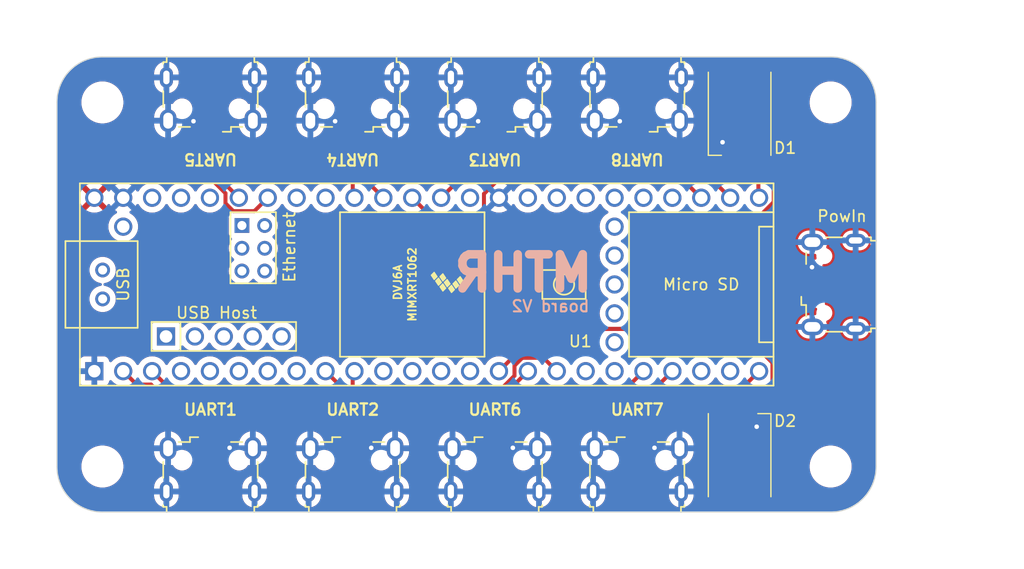
<source format=kicad_pcb>
(kicad_pcb (version 20240108) (generator "pcbnew") (generator_version "8.0")
  (layers (0 "F.Cu" signal) (31 "B.Cu" signal) (34 "B.Paste" user) (35 "F.Paste" user) (36 "B.SilkS" user "B.Silkscreen") (37 "F.SilkS" user "F.Silkscreen") (38 "B.Mask" user) (39 "F.Mask" user) (44 "Edge.Cuts" user))
  (net 0 "")
  (net 1 "/tx1")
  (net 2 "/rx1")
  (net 3 "GND")
  (net 4 "/tx2")
  (net 5 "/rx2")
  (net 6 "/tx3")
  (net 7 "/rx3")
  (net 8 "/tx4")
  (net 9 "/rx4")
  (net 10 "/tx5")
  (net 11 "/rx5")
  (net 12 "/tx6")
  (net 13 "/rx6")
  (net 14 "/tx7")
  (net 15 "/rx7")
  (net 16 "/tx8")
  (net 17 "/rx8")
  (net 18 "+5V")
  (net 25 "+3.3V")
  (net 47 "/led1")
  (net 75 "/led2")
  (footprint "Connector_USB:USB_Micro-B_Wuerth_629105150521" (layer "F.Cu") (at 70.995 56.245)
    (property "Reference" "J7" (hide yes))
    (property "Value" "UART7" (hide yes))
    (fp_line (start -4.15 -0.65) (end -4.15 0.75) (stroke (width 0.15)) (layer "F.SilkS"))
    (fp_line (start -4.15 3.15) (end -4.15 3.3) (stroke (width 0.15)) (layer "F.SilkS"))
    (fp_line (start -4.15 3.3) (end -3.85 3.3) (stroke (width 0.15)) (layer "F.SilkS"))
    (fp_line (start -3.85 3.3) (end -3.85 3.75) (stroke (width 0.15)) (layer "F.SilkS"))
    (fp_line (start -1.8 -2.825) (end -1.8 -2.4) (stroke (width 0.15)) (layer "F.SilkS"))
    (fp_line (start -1.8 -2.4) (end -2.8 -2.4) (stroke (width 0.15)) (layer "F.SilkS"))
    (fp_line (start -1.075 -2.825) (end -1.8 -2.825) (stroke (width 0.15)) (layer "F.SilkS"))
    (fp_line (start 1.8 -2.4) (end 2.8 -2.4) (stroke (width 0.15)) (layer "F.SilkS"))
    (fp_line (start 3.85 3.3) (end 4.15 3.3) (stroke (width 0.15)) (layer "F.SilkS"))
    (fp_line (start 3.85 3.75) (end 3.85 3.3) (stroke (width 0.15)) (layer "F.SilkS"))
    (fp_line (start 4.15 0.75) (end 4.15 -0.65) (stroke (width 0.15)) (layer "F.SilkS"))
    (fp_line (start 4.15 3.3) (end 4.15 3.15) (stroke (width 0.15)) (layer "F.SilkS"))
    (pad "" np_thru_hole oval (at -2.5 -0.8) (size 0.8 0.8) (drill 0.8) (layers "*.Cu" "*.Mask"))
    (pad "" np_thru_hole oval (at 2.5 -0.8) (size 0.8 0.8) (drill 0.8) (layers "*.Cu" "*.Mask"))
    (pad "1" smd rect (at -1.3 -1.9) (size 0.45 1.3) (layers "F.Cu" "F.Paste" "F.Mask") (net 18 "+5V"))
    (pad "2" smd rect (at -0.65 -1.9) (size 0.45 1.3) (layers "F.Cu" "F.Paste" "F.Mask") (net 15 "/rx7"))
    (pad "3" smd rect (at 0 -1.9) (size 0.45 1.3) (layers "F.Cu" "F.Paste" "F.Mask") (net 14 "/tx7"))
    (pad "4" smd rect (at 0.65 -1.9) (size 0.45 1.3) (layers "F.Cu" "F.Paste" "F.Mask"))
    (pad "5" smd rect (at 1.3 -1.9) (size 0.45 1.3) (layers "F.Cu" "F.Paste" "F.Mask") (net 3 "GND"))
    (pad "6" thru_hole oval (at -3.875 1.95) (size 1.15 1.8) (drill oval 0.55 1.2) (layers "*.Cu" "*.Mask") (net 3 "GND"))
    (pad "6" thru_hole oval (at -3.725 -1.85) (size 1.45 2) (drill oval 0.85 1.4) (layers "*.Cu" "*.Mask") (net 3 "GND"))
    (pad "6" thru_hole oval (at 3.725 -1.85) (size 1.45 2) (drill oval 0.85 1.4) (layers "*.Cu" "*.Mask") (net 3 "GND"))
    (pad "6" thru_hole oval (at 3.875 1.95) (size 1.15 1.8) (drill oval 0.55 1.2) (layers "*.Cu" "*.Mask") (net 3 "GND"))
  )
  (footprint "Connector_USB:USB_Micro-B_Wuerth_629105150521" (layer "F.Cu") (at 88.245 40.005 90)
    (property "Reference" "J9" (hide yes))
    (property "Value" "PowIn" (at 6.005 0.75 0) (layer "F.SilkS"))
    (fp_line (start -1.075 -2.825) (end -1.8 -2.825) (stroke (width 0.15)) (layer "F.SilkS"))
    (fp_line (start -1.8 -2.825) (end -1.8 -2.4) (stroke (width 0.15)) (layer "F.SilkS"))
    (fp_line (start 1.8 -2.4) (end 2.8 -2.4) (stroke (width 0.15)) (layer "F.SilkS"))
    (fp_line (start -1.8 -2.4) (end -2.8 -2.4) (stroke (width 0.15)) (layer "F.SilkS"))
    (fp_line (start -4.15 -0.65) (end -4.15 0.75) (stroke (width 0.15)) (layer "F.SilkS"))
    (fp_line (start 4.15 0.75) (end 4.15 -0.65) (stroke (width 0.15)) (layer "F.SilkS"))
    (fp_line (start -4.15 3.15) (end -4.15 3.3) (stroke (width 0.15)) (layer "F.SilkS"))
    (fp_line (start 4.15 3.3) (end 4.15 3.15) (stroke (width 0.15)) (layer "F.SilkS"))
    (fp_line (start 3.85 3.3) (end 4.15 3.3) (stroke (width 0.15)) (layer "F.SilkS"))
    (fp_line (start -3.85 3.3) (end -3.85 3.75) (stroke (width 0.15)) (layer "F.SilkS"))
    (fp_line (start -4.15 3.3) (end -3.85 3.3) (stroke (width 0.15)) (layer "F.SilkS"))
    (fp_line (start 3.85 3.75) (end 3.85 3.3) (stroke (width 0.15)) (layer "F.SilkS"))
    (pad "" np_thru_hole oval (at -2.5 -0.8 90) (size 0.8 0.8) (drill 0.8) (layers "*.Cu" "*.Mask"))
    (pad "" np_thru_hole oval (at 2.5 -0.8 90) (size 0.8 0.8) (drill 0.8) (layers "*.Cu" "*.Mask"))
    (pad "1" smd rect (at -1.3 -1.9 90) (size 0.45 1.3) (layers "F.Cu" "F.Paste" "F.Mask") (net 18 "+5V"))
    (pad "2" smd rect (at -0.65 -1.9 90) (size 0.45 1.3) (layers "F.Cu" "F.Paste" "F.Mask"))
    (pad "3" smd rect (at 0 -1.9 90) (size 0.45 1.3) (layers "F.Cu" "F.Paste" "F.Mask"))
    (pad "4" smd rect (at 0.65 -1.9 90) (size 0.45 1.3) (layers "F.Cu" "F.Paste" "F.Mask"))
    (pad "5" smd rect (at 1.3 -1.9 90) (size 0.45 1.3) (layers "F.Cu" "F.Paste" "F.Mask") (net 3 "GND"))
    (pad "6" thru_hole oval (at -3.875 1.95 90) (size 1.15 1.8) (drill oval 0.55 1.2) (layers "*.Cu" "*.Mask") (net 3 "GND"))
    (pad "6" thru_hole oval (at -3.725 -1.85 90) (size 1.45 2) (drill oval 0.85 1.4) (layers "*.Cu" "*.Mask") (net 3 "GND"))
    (pad "6" thru_hole oval (at 3.725 -1.85 90) (size 1.45 2) (drill oval 0.85 1.4) (layers "*.Cu" "*.Mask") (net 3 "GND"))
    (pad "6" thru_hole oval (at 3.875 1.95 90) (size 1.15 1.8) (drill oval 0.55 1.2) (layers "*.Cu" "*.Mask") (net 3 "GND"))
  )
  (footprint "LED_SMD:LED_WS2812B_PLCC4_5.0x5.0mm_P3.2mm" (layer "F.Cu") (at 80 25 -90)
    (property "Reference" "D1" (at 3 -4 0) (layer "F.SilkS"))
    (property "Value" "WS2812B")
    (fp_line (start -3.65 2.75) (end 3.65 2.75) (stroke (width 0.12)) (layer "F.SilkS"))
    (fp_line (start 3.65 2.75) (end 3.65 1.6) (stroke (width 0.12)) (layer "F.SilkS"))
    (fp_line (start -3.65 -2.75) (end 3.65 -2.75) (stroke (width 0.12)) (layer "F.SilkS"))
    (pad "1" smd rect (at -2.45 -1.65 270) (size 1.5 0.9) (layers "F.Cu" "F.Paste" "F.Mask") (net 25 "+3.3V"))
    (pad "2" smd rect (at -2.45 1.65 270) (size 1.5 0.9) (layers "F.Cu" "F.Paste" "F.Mask"))
    (pad "3" smd rect (at 2.45 1.65 270) (size 1.5 0.9) (layers "F.Cu" "F.Paste" "F.Mask") (net 3 "GND"))
    (pad "4" smd rect (at 2.45 -1.65 270) (size 1.5 0.9) (layers "F.Cu" "F.Paste" "F.Mask") (net 47 "/led1"))
  )
  (footprint "Connector_USB:USB_Micro-B_Wuerth_629105150521" (layer "F.Cu") (at 33.495 56.245)
    (property "Reference" "J1" (hide yes))
    (property "Value" "UART1" (hide yes))
    (fp_line (start -4.15 -0.65) (end -4.15 0.75) (stroke (width 0.15)) (layer "F.SilkS"))
    (fp_line (start -4.15 3.15) (end -4.15 3.3) (stroke (width 0.15)) (layer "F.SilkS"))
    (fp_line (start -4.15 3.3) (end -3.85 3.3) (stroke (width 0.15)) (layer "F.SilkS"))
    (fp_line (start -3.85 3.3) (end -3.85 3.75) (stroke (width 0.15)) (layer "F.SilkS"))
    (fp_line (start -1.8 -2.825) (end -1.8 -2.4) (stroke (width 0.15)) (layer "F.SilkS"))
    (fp_line (start -1.8 -2.4) (end -2.8 -2.4) (stroke (width 0.15)) (layer "F.SilkS"))
    (fp_line (start -1.075 -2.825) (end -1.8 -2.825) (stroke (width 0.15)) (layer "F.SilkS"))
    (fp_line (start 1.8 -2.4) (end 2.8 -2.4) (stroke (width 0.15)) (layer "F.SilkS"))
    (fp_line (start 3.85 3.3) (end 4.15 3.3) (stroke (width 0.15)) (layer "F.SilkS"))
    (fp_line (start 3.85 3.75) (end 3.85 3.3) (stroke (width 0.15)) (layer "F.SilkS"))
    (fp_line (start 4.15 0.75) (end 4.15 -0.65) (stroke (width 0.15)) (layer "F.SilkS"))
    (fp_line (start 4.15 3.3) (end 4.15 3.15) (stroke (width 0.15)) (layer "F.SilkS"))
    (pad "" np_thru_hole oval (at -2.5 -0.8) (size 0.8 0.8) (drill 0.8) (layers "*.Cu" "*.Mask"))
    (pad "" np_thru_hole oval (at 2.5 -0.8) (size 0.8 0.8) (drill 0.8) (layers "*.Cu" "*.Mask"))
    (pad "1" smd rect (at -1.3 -1.9) (size 0.45 1.3) (layers "F.Cu" "F.Paste" "F.Mask") (net 18 "+5V"))
    (pad "2" smd rect (at -0.65 -1.9) (size 0.45 1.3) (layers "F.Cu" "F.Paste" "F.Mask") (net 2 "/rx1"))
    (pad "3" smd rect (at 0 -1.9) (size 0.45 1.3) (layers "F.Cu" "F.Paste" "F.Mask") (net 1 "/tx1"))
    (pad "4" smd rect (at 0.65 -1.9) (size 0.45 1.3) (layers "F.Cu" "F.Paste" "F.Mask"))
    (pad "5" smd rect (at 1.3 -1.9) (size 0.45 1.3) (layers "F.Cu" "F.Paste" "F.Mask") (net 3 "GND"))
    (pad "6" thru_hole oval (at -3.875 1.95) (size 1.15 1.8) (drill oval 0.55 1.2) (layers "*.Cu" "*.Mask") (net 3 "GND"))
    (pad "6" thru_hole oval (at -3.725 -1.85) (size 1.45 2) (drill oval 0.85 1.4) (layers "*.Cu" "*.Mask") (net 3 "GND"))
    (pad "6" thru_hole oval (at 3.725 -1.85) (size 1.45 2) (drill oval 0.85 1.4) (layers "*.Cu" "*.Mask") (net 3 "GND"))
    (pad "6" thru_hole oval (at 3.875 1.95) (size 1.15 1.8) (drill oval 0.55 1.2) (layers "*.Cu" "*.Mask") (net 3 "GND"))
  )
  (footprint "MountingHole:MountingHole_3.2mm_M3" (layer "F.Cu") (at 24 56)
    (property "Reference" "H2" (hide yes))
    (property "Value" "MountingHole" (hide yes))
    (pad "" np_thru_hole circle (at 0 0) (size 3.2 3.2) (drill 3.2) (layers "*.Cu" "*.Mask"))
  )
  (footprint "MountingHole:MountingHole_3.2mm_M3" (layer "F.Cu") (at 88 56)
    (property "Reference" "H4" (hide yes))
    (property "Value" "MountingHole" (hide yes))
    (pad "" np_thru_hole circle (at 0 0) (size 3.2 3.2) (drill 3.2) (layers "*.Cu" "*.Mask"))
  )
  (footprint "LED_SMD:LED_WS2812B_PLCC4_5.0x5.0mm_P3.2mm" (layer "F.Cu") (at 80 55 90)
    (property "Reference" "D2" (at 3 4 180) (layer "F.SilkS"))
    (property "Value" "WS2812B")
    (fp_line (start -3.65 -2.75) (end 3.65 -2.75) (stroke (width 0.12)) (layer "F.SilkS"))
    (fp_line (start 3.65 2.75) (end 3.65 1.6) (stroke (width 0.12)) (layer "F.SilkS"))
    (fp_line (start -3.65 2.75) (end 3.65 2.75) (stroke (width 0.12)) (layer "F.SilkS"))
    (pad "1" smd rect (at -2.45 -1.65 90) (size 1.5 0.9) (layers "F.Cu" "F.Paste" "F.Mask") (net 25 "+3.3V"))
    (pad "2" smd rect (at -2.45 1.65 90) (size 1.5 0.9) (layers "F.Cu" "F.Paste" "F.Mask"))
    (pad "3" smd rect (at 2.45 1.65 90) (size 1.5 0.9) (layers "F.Cu" "F.Paste" "F.Mask") (net 3 "GND"))
    (pad "4" smd rect (at 2.45 -1.65 90) (size 1.5 0.9) (layers "F.Cu" "F.Paste" "F.Mask") (net 75 "/led2"))
  )
  (footprint "Connector_USB:USB_Micro-B_Wuerth_629105150521" (layer "F.Cu") (at 58.495 56.245)
    (property "Reference" "J6" (hide yes))
    (property "Value" "UART6" (hide yes))
    (fp_line (start -4.15 -0.65) (end -4.15 0.75) (stroke (width 0.15)) (layer "F.SilkS"))
    (fp_line (start -4.15 3.15) (end -4.15 3.3) (stroke (width 0.15)) (layer "F.SilkS"))
    (fp_line (start -4.15 3.3) (end -3.85 3.3) (stroke (width 0.15)) (layer "F.SilkS"))
    (fp_line (start -3.85 3.3) (end -3.85 3.75) (stroke (width 0.15)) (layer "F.SilkS"))
    (fp_line (start -1.8 -2.825) (end -1.8 -2.4) (stroke (width 0.15)) (layer "F.SilkS"))
    (fp_line (start -1.8 -2.4) (end -2.8 -2.4) (stroke (width 0.15)) (layer "F.SilkS"))
    (fp_line (start -1.075 -2.825) (end -1.8 -2.825) (stroke (width 0.15)) (layer "F.SilkS"))
    (fp_line (start 1.8 -2.4) (end 2.8 -2.4) (stroke (width 0.15)) (layer "F.SilkS"))
    (fp_line (start 3.85 3.3) (end 4.15 3.3) (stroke (width 0.15)) (layer "F.SilkS"))
    (fp_line (start 3.85 3.75) (end 3.85 3.3) (stroke (width 0.15)) (layer "F.SilkS"))
    (fp_line (start 4.15 0.75) (end 4.15 -0.65) (stroke (width 0.15)) (layer "F.SilkS"))
    (fp_line (start 4.15 3.3) (end 4.15 3.15) (stroke (width 0.15)) (layer "F.SilkS"))
    (pad "" np_thru_hole oval (at -2.5 -0.8) (size 0.8 0.8) (drill 0.8) (layers "*.Cu" "*.Mask"))
    (pad "" np_thru_hole oval (at 2.5 -0.8) (size 0.8 0.8) (drill 0.8) (layers "*.Cu" "*.Mask"))
    (pad "1" smd rect (at -1.3 -1.9) (size 0.45 1.3) (layers "F.Cu" "F.Paste" "F.Mask") (net 18 "+5V"))
    (pad "2" smd rect (at -0.65 -1.9) (size 0.45 1.3) (layers "F.Cu" "F.Paste" "F.Mask") (net 13 "/rx6"))
    (pad "3" smd rect (at 0 -1.9) (size 0.45 1.3) (layers "F.Cu" "F.Paste" "F.Mask") (net 12 "/tx6"))
    (pad "4" smd rect (at 0.65 -1.9) (size 0.45 1.3) (layers "F.Cu" "F.Paste" "F.Mask"))
    (pad "5" smd rect (at 1.3 -1.9) (size 0.45 1.3) (layers "F.Cu" "F.Paste" "F.Mask") (net 3 "GND"))
    (pad "6" thru_hole oval (at -3.875 1.95) (size 1.15 1.8) (drill oval 0.55 1.2) (layers "*.Cu" "*.Mask") (net 3 "GND"))
    (pad "6" thru_hole oval (at -3.725 -1.85) (size 1.45 2) (drill oval 0.85 1.4) (layers "*.Cu" "*.Mask") (net 3 "GND"))
    (pad "6" thru_hole oval (at 3.725 -1.85) (size 1.45 2) (drill oval 0.85 1.4) (layers "*.Cu" "*.Mask") (net 3 "GND"))
    (pad "6" thru_hole oval (at 3.875 1.95) (size 1.15 1.8) (drill oval 0.55 1.2) (layers "*.Cu" "*.Mask") (net 3 "GND"))
  )
  (footprint "MountingHole:MountingHole_3.2mm_M3" (layer "F.Cu") (at 88 24)
    (property "Reference" "H3" (hide yes))
    (property "Value" "MountingHole" (hide yes))
    (pad "" np_thru_hole circle (at 0 0) (size 3.2 3.2) (drill 3.2) (layers "*.Cu" "*.Mask"))
  )
  (footprint "MountingHole:MountingHole_3.2mm_M3" (layer "F.Cu") (at 24 24)
    (property "Reference" "H1" (hide yes))
    (property "Value" "MountingHole" (hide yes))
    (pad "" np_thru_hole circle (at 0 0) (size 3.2 3.2) (drill 3.2) (layers "*.Cu" "*.Mask"))
  )
  (footprint "Connector_USB:USB_Micro-B_Wuerth_629105150521" (layer "F.Cu") (at 46 23.755 180)
    (property "Reference" "J4" (hide yes))
    (property "Value" "UART4" (hide yes))
    (fp_line (start 4.15 3.3) (end 4.15 3.15) (stroke (width 0.15)) (layer "F.SilkS"))
    (fp_line (start 4.15 0.75) (end 4.15 -0.65) (stroke (width 0.15)) (layer "F.SilkS"))
    (fp_line (start 3.85 3.75) (end 3.85 3.3) (stroke (width 0.15)) (layer "F.SilkS"))
    (fp_line (start 3.85 3.3) (end 4.15 3.3) (stroke (width 0.15)) (layer "F.SilkS"))
    (fp_line (start 1.8 -2.4) (end 2.8 -2.4) (stroke (width 0.15)) (layer "F.SilkS"))
    (fp_line (start -1.075 -2.825) (end -1.8 -2.825) (stroke (width 0.15)) (layer "F.SilkS"))
    (fp_line (start -1.8 -2.4) (end -2.8 -2.4) (stroke (width 0.15)) (layer "F.SilkS"))
    (fp_line (start -1.8 -2.825) (end -1.8 -2.4) (stroke (width 0.15)) (layer "F.SilkS"))
    (fp_line (start -3.85 3.3) (end -3.85 3.75) (stroke (width 0.15)) (layer "F.SilkS"))
    (fp_line (start -4.15 3.3) (end -3.85 3.3) (stroke (width 0.15)) (layer "F.SilkS"))
    (fp_line (start -4.15 3.15) (end -4.15 3.3) (stroke (width 0.15)) (layer "F.SilkS"))
    (fp_line (start -4.15 -0.65) (end -4.15 0.75) (stroke (width 0.15)) (layer "F.SilkS"))
    (pad "" np_thru_hole oval (at -2.5 -0.8 180) (size 0.8 0.8) (drill 0.8) (layers "*.Cu" "*.Mask"))
    (pad "" np_thru_hole oval (at 2.5 -0.8 180) (size 0.8 0.8) (drill 0.8) (layers "*.Cu" "*.Mask"))
    (pad "1" smd rect (at -1.3 -1.9 180) (size 0.45 1.3) (layers "F.Cu" "F.Paste" "F.Mask") (net 18 "+5V"))
    (pad "2" smd rect (at -0.65 -1.9 180) (size 0.45 1.3) (layers "F.Cu" "F.Paste" "F.Mask") (net 9 "/rx4"))
    (pad "3" smd rect (at 0 -1.9 180) (size 0.45 1.3) (layers "F.Cu" "F.Paste" "F.Mask") (net 8 "/tx4"))
    (pad "4" smd rect (at 0.65 -1.9 180) (size 0.45 1.3) (layers "F.Cu" "F.Paste" "F.Mask"))
    (pad "5" smd rect (at 1.3 -1.9 180) (size 0.45 1.3) (layers "F.Cu" "F.Paste" "F.Mask") (net 3 "GND"))
    (pad "6" thru_hole oval (at -3.875 1.95 180) (size 1.15 1.8) (drill oval 0.55 1.2) (layers "*.Cu" "*.Mask") (net 3 "GND"))
    (pad "6" thru_hole oval (at -3.725 -1.85 180) (size 1.45 2) (drill oval 0.85 1.4) (layers "*.Cu" "*.Mask") (net 3 "GND"))
    (pad "6" thru_hole oval (at 3.725 -1.85 180) (size 1.45 2) (drill oval 0.85 1.4) (layers "*.Cu" "*.Mask") (net 3 "GND"))
    (pad "6" thru_hole oval (at 3.875 1.95 180) (size 1.15 1.8) (drill oval 0.55 1.2) (layers "*.Cu" "*.Mask") (net 3 "GND"))
  )
  (footprint "Connector_USB:USB_Micro-B_Wuerth_629105150521" (layer "F.Cu") (at 58.5 23.755 180)
    (property "Reference" "J3" (hide yes))
    (property "Value" "UART3" (hide yes))
    (fp_line (start 4.15 3.3) (end 4.15 3.15) (stroke (width 0.15)) (layer "F.SilkS"))
    (fp_line (start 4.15 0.75) (end 4.15 -0.65) (stroke (width 0.15)) (layer "F.SilkS"))
    (fp_line (start 3.85 3.75) (end 3.85 3.3) (stroke (width 0.15)) (layer "F.SilkS"))
    (fp_line (start 3.85 3.3) (end 4.15 3.3) (stroke (width 0.15)) (layer "F.SilkS"))
    (fp_line (start 1.8 -2.4) (end 2.8 -2.4) (stroke (width 0.15)) (layer "F.SilkS"))
    (fp_line (start -1.075 -2.825) (end -1.8 -2.825) (stroke (width 0.15)) (layer "F.SilkS"))
    (fp_line (start -1.8 -2.4) (end -2.8 -2.4) (stroke (width 0.15)) (layer "F.SilkS"))
    (fp_line (start -1.8 -2.825) (end -1.8 -2.4) (stroke (width 0.15)) (layer "F.SilkS"))
    (fp_line (start -3.85 3.3) (end -3.85 3.75) (stroke (width 0.15)) (layer "F.SilkS"))
    (fp_line (start -4.15 3.3) (end -3.85 3.3) (stroke (width 0.15)) (layer "F.SilkS"))
    (fp_line (start -4.15 3.15) (end -4.15 3.3) (stroke (width 0.15)) (layer "F.SilkS"))
    (fp_line (start -4.15 -0.65) (end -4.15 0.75) (stroke (width 0.15)) (layer "F.SilkS"))
    (pad "" np_thru_hole oval (at -2.5 -0.8 180) (size 0.8 0.8) (drill 0.8) (layers "*.Cu" "*.Mask"))
    (pad "" np_thru_hole oval (at 2.5 -0.8 180) (size 0.8 0.8) (drill 0.8) (layers "*.Cu" "*.Mask"))
    (pad "1" smd rect (at -1.3 -1.9 180) (size 0.45 1.3) (layers "F.Cu" "F.Paste" "F.Mask") (net 18 "+5V"))
    (pad "2" smd rect (at -0.65 -1.9 180) (size 0.45 1.3) (layers "F.Cu" "F.Paste" "F.Mask") (net 7 "/rx3"))
    (pad "3" smd rect (at 0 -1.9 180) (size 0.45 1.3) (layers "F.Cu" "F.Paste" "F.Mask") (net 6 "/tx3"))
    (pad "4" smd rect (at 0.65 -1.9 180) (size 0.45 1.3) (layers "F.Cu" "F.Paste" "F.Mask"))
    (pad "5" smd rect (at 1.3 -1.9 180) (size 0.45 1.3) (layers "F.Cu" "F.Paste" "F.Mask") (net 3 "GND"))
    (pad "6" thru_hole oval (at -3.875 1.95 180) (size 1.15 1.8) (drill oval 0.55 1.2) (layers "*.Cu" "*.Mask") (net 3 "GND"))
    (pad "6" thru_hole oval (at -3.725 -1.85 180) (size 1.45 2) (drill oval 0.85 1.4) (layers "*.Cu" "*.Mask") (net 3 "GND"))
    (pad "6" thru_hole oval (at 3.725 -1.85 180) (size 1.45 2) (drill oval 0.85 1.4) (layers "*.Cu" "*.Mask") (net 3 "GND"))
    (pad "6" thru_hole oval (at 3.875 1.95 180) (size 1.15 1.8) (drill oval 0.55 1.2) (layers "*.Cu" "*.Mask") (net 3 "GND"))
  )
  (footprint "Connector_USB:USB_Micro-B_Wuerth_629105150521" (layer "F.Cu") (at 33.5 23.755 180)
    (property "Reference" "J5" (hide yes))
    (property "Value" "UART5" (hide yes))
    (fp_line (start 4.15 3.3) (end 4.15 3.15) (stroke (width 0.15)) (layer "F.SilkS"))
    (fp_line (start 4.15 0.75) (end 4.15 -0.65) (stroke (width 0.15)) (layer "F.SilkS"))
    (fp_line (start 3.85 3.75) (end 3.85 3.3) (stroke (width 0.15)) (layer "F.SilkS"))
    (fp_line (start 3.85 3.3) (end 4.15 3.3) (stroke (width 0.15)) (layer "F.SilkS"))
    (fp_line (start 1.8 -2.4) (end 2.8 -2.4) (stroke (width 0.15)) (layer "F.SilkS"))
    (fp_line (start -1.075 -2.825) (end -1.8 -2.825) (stroke (width 0.15)) (layer "F.SilkS"))
    (fp_line (start -1.8 -2.4) (end -2.8 -2.4) (stroke (width 0.15)) (layer "F.SilkS"))
    (fp_line (start -1.8 -2.825) (end -1.8 -2.4) (stroke (width 0.15)) (layer "F.SilkS"))
    (fp_line (start -3.85 3.3) (end -3.85 3.75) (stroke (width 0.15)) (layer "F.SilkS"))
    (fp_line (start -4.15 3.3) (end -3.85 3.3) (stroke (width 0.15)) (layer "F.SilkS"))
    (fp_line (start -4.15 3.15) (end -4.15 3.3) (stroke (width 0.15)) (layer "F.SilkS"))
    (fp_line (start -4.15 -0.65) (end -4.15 0.75) (stroke (width 0.15)) (layer "F.SilkS"))
    (pad "" np_thru_hole oval (at -2.5 -0.8 180) (size 0.8 0.8) (drill 0.8) (layers "*.Cu" "*.Mask"))
    (pad "" np_thru_hole oval (at 2.5 -0.8 180) (size 0.8 0.8) (drill 0.8) (layers "*.Cu" "*.Mask"))
    (pad "1" smd rect (at -1.3 -1.9 180) (size 0.45 1.3) (layers "F.Cu" "F.Paste" "F.Mask") (net 18 "+5V"))
    (pad "2" smd rect (at -0.65 -1.9 180) (size 0.45 1.3) (layers "F.Cu" "F.Paste" "F.Mask") (net 11 "/rx5"))
    (pad "3" smd rect (at 0 -1.9 180) (size 0.45 1.3) (layers "F.Cu" "F.Paste" "F.Mask") (net 10 "/tx5"))
    (pad "4" smd rect (at 0.65 -1.9 180) (size 0.45 1.3) (layers "F.Cu" "F.Paste" "F.Mask"))
    (pad "5" smd rect (at 1.3 -1.9 180) (size 0.45 1.3) (layers "F.Cu" "F.Paste" "F.Mask") (net 3 "GND"))
    (pad "6" thru_hole oval (at -3.875 1.95 180) (size 1.15 1.8) (drill oval 0.55 1.2) (layers "*.Cu" "*.Mask") (net 3 "GND"))
    (pad "6" thru_hole oval (at -3.725 -1.85 180) (size 1.45 2) (drill oval 0.85 1.4) (layers "*.Cu" "*.Mask") (net 3 "GND"))
    (pad "6" thru_hole oval (at 3.725 -1.85 180) (size 1.45 2) (drill oval 0.85 1.4) (layers "*.Cu" "*.Mask") (net 3 "GND"))
    (pad "6" thru_hole oval (at 3.875 1.95 180) (size 1.15 1.8) (drill oval 0.55 1.2) (layers "*.Cu" "*.Mask") (net 3 "GND"))
  )
  (footprint "Connector_USB:USB_Micro-B_Wuerth_629105150521" (layer "F.Cu") (at 45.995 56.245)
    (property "Reference" "J2" (hide yes))
    (property "Value" "UART2" (hide yes))
    (fp_line (start -4.15 -0.65) (end -4.15 0.75) (stroke (width 0.15)) (layer "F.SilkS"))
    (fp_line (start -4.15 3.15) (end -4.15 3.3) (stroke (width 0.15)) (layer "F.SilkS"))
    (fp_line (start -4.15 3.3) (end -3.85 3.3) (stroke (width 0.15)) (layer "F.SilkS"))
    (fp_line (start -3.85 3.3) (end -3.85 3.75) (stroke (width 0.15)) (layer "F.SilkS"))
    (fp_line (start -1.8 -2.825) (end -1.8 -2.4) (stroke (width 0.15)) (layer "F.SilkS"))
    (fp_line (start -1.8 -2.4) (end -2.8 -2.4) (stroke (width 0.15)) (layer "F.SilkS"))
    (fp_line (start -1.075 -2.825) (end -1.8 -2.825) (stroke (width 0.15)) (layer "F.SilkS"))
    (fp_line (start 1.8 -2.4) (end 2.8 -2.4) (stroke (width 0.15)) (layer "F.SilkS"))
    (fp_line (start 3.85 3.3) (end 4.15 3.3) (stroke (width 0.15)) (layer "F.SilkS"))
    (fp_line (start 3.85 3.75) (end 3.85 3.3) (stroke (width 0.15)) (layer "F.SilkS"))
    (fp_line (start 4.15 0.75) (end 4.15 -0.65) (stroke (width 0.15)) (layer "F.SilkS"))
    (fp_line (start 4.15 3.3) (end 4.15 3.15) (stroke (width 0.15)) (layer "F.SilkS"))
    (pad "" np_thru_hole oval (at -2.5 -0.8) (size 0.8 0.8) (drill 0.8) (layers "*.Cu" "*.Mask"))
    (pad "" np_thru_hole oval (at 2.5 -0.8) (size 0.8 0.8) (drill 0.8) (layers "*.Cu" "*.Mask"))
    (pad "1" smd rect (at -1.3 -1.9) (size 0.45 1.3) (layers "F.Cu" "F.Paste" "F.Mask") (net 18 "+5V"))
    (pad "2" smd rect (at -0.65 -1.9) (size 0.45 1.3) (layers "F.Cu" "F.Paste" "F.Mask") (net 5 "/rx2"))
    (pad "3" smd rect (at 0 -1.9) (size 0.45 1.3) (layers "F.Cu" "F.Paste" "F.Mask") (net 4 "/tx2"))
    (pad "4" smd rect (at 0.65 -1.9) (size 0.45 1.3) (layers "F.Cu" "F.Paste" "F.Mask"))
    (pad "5" smd rect (at 1.3 -1.9) (size 0.45 1.3) (layers "F.Cu" "F.Paste" "F.Mask") (net 3 "GND"))
    (pad "6" thru_hole oval (at -3.875 1.95) (size 1.15 1.8) (drill oval 0.55 1.2) (layers "*.Cu" "*.Mask") (net 3 "GND"))
    (pad "6" thru_hole oval (at -3.725 -1.85) (size 1.45 2) (drill oval 0.85 1.4) (layers "*.Cu" "*.Mask") (net 3 "GND"))
    (pad "6" thru_hole oval (at 3.725 -1.85) (size 1.45 2) (drill oval 0.85 1.4) (layers "*.Cu" "*.Mask") (net 3 "GND"))
    (pad "6" thru_hole oval (at 3.875 1.95) (size 1.15 1.8) (drill oval 0.55 1.2) (layers "*.Cu" "*.Mask") (net 3 "GND"))
  )
  (footprint "teensy:Teensy41" (layer "F.Cu") (at 52.5 40)
    (property "Reference" "U1" (at 13.5 5 0) (layer "F.SilkS"))
    (property "Value" "Teensy4.1")
    (fp_line (start -31.75 -3.81) (end -30.48 -3.81) (stroke (width 0.15)) (layer "F.SilkS"))
    (fp_line (start -31.75 3.81) (end -31.75 -3.81) (stroke (width 0.15)) (layer "F.SilkS"))
    (fp_line (start -30.48 -8.89) (end 30.48 -8.89) (stroke (width 0.15)) (layer "F.SilkS"))
    (fp_line (start -30.48 3.81) (end -31.75 3.81) (stroke (width 0.15)) (layer "F.SilkS"))
    (fp_line (start -30.48 8.89) (end -30.48 -8.89) (stroke (width 0.15)) (layer "F.SilkS"))
    (fp_line (start -25.4 -3.81) (end -30.48 -3.81) (stroke (width 0.15)) (layer "F.SilkS"))
    (fp_line (start -25.4 3.81) (end -30.48 3.81) (stroke (width 0.15)) (layer "F.SilkS"))
    (fp_line (start -25.4 3.81) (end -25.4 -3.81) (stroke (width 0.15)) (layer "F.SilkS"))
    (fp_line (start -24.1808 3.2992) (end -21.6408 3.2992) (stroke (width 0.15)) (layer "F.SilkS"))
    (fp_line (start -24.1808 3.2992) (end -11.4808 3.2992) (stroke (width 0.15)) (layer "F.SilkS"))
    (fp_line (start -24.1808 5.8392) (end -24.1808 3.2992) (stroke (width 0.15)) (layer "F.SilkS"))
    (fp_line (start -21.6408 3.2992) (end -21.6408 5.8392) (stroke (width 0.15)) (layer "F.SilkS"))
    (fp_line (start -17.25 -6.3516) (end -17.25 -6.1016) (stroke (width 0.15)) (layer "F.SilkS"))
    (fp_line (start -17.25 -6.1016) (end -17.25 -0.1016) (stroke (width 0.15)) (layer "F.SilkS"))
    (fp_line (start -17.25 -0.1016) (end -13.25 -0.1016) (stroke (width 0.15)) (layer "F.SilkS"))
    (fp_line (start -13.25 -6.3516) (end -17.25 -6.3516) (stroke (width 0.15)) (layer "F.SilkS"))
    (fp_line (start -13.25 -0.1016) (end -13.25 -6.3516) (stroke (width 0.15)) (layer "F.SilkS"))
    (fp_line (start -11.4808 3.2992) (end -11.4808 5.8392) (stroke (width 0.15)) (layer "F.SilkS"))
    (fp_line (start -11.4808 5.8392) (end -24.1808 5.8392) (stroke (width 0.15)) (layer "F.SilkS"))
    (fp_line (start -7.62 -6.35) (end -7.62 6.35) (stroke (width 0.15)) (layer "F.SilkS"))
    (fp_line (start -7.62 6.35) (end 5.08 6.35) (stroke (width 0.15)) (layer "F.SilkS"))
    (fp_line (start 5.08 -6.35) (end -7.62 -6.35) (stroke (width 0.15)) (layer "F.SilkS"))
    (fp_line (start 5.08 6.35) (end 5.08 -6.35) (stroke (width 0.15)) (layer "F.SilkS"))
    (fp_line (start 10.16 -1.27) (end 13.97 -1.27) (stroke (width 0.15)) (layer "F.SilkS"))
    (fp_line (start 10.16 1.27) (end 10.16 -1.27) (stroke (width 0.15)) (layer "F.SilkS"))
    (fp_line (start 13.97 -1.27) (end 13.97 1.27) (stroke (width 0.15)) (layer "F.SilkS"))
    (fp_line (start 13.97 1.27) (end 10.16 1.27) (stroke (width 0.15)) (layer "F.SilkS"))
    (fp_line (start 17.78 -6.35) (end 17.78 6.35) (stroke (width 0.15)) (layer "F.SilkS"))
    (fp_line (start 17.78 6.35) (end 30.48 6.35) (stroke (width 0.15)) (layer "F.SilkS"))
    (fp_line (start 29.21 -5.08) (end 29.21 5.08) (stroke (width 0.15)) (layer "F.SilkS"))
    (fp_line (start 29.21 5.08) (end 30.48 5.08) (stroke (width 0.15)) (layer "F.SilkS"))
    (fp_line (start 30.48 -8.89) (end 30.48 8.89) (stroke (width 0.15)) (layer "F.SilkS"))
    (fp_line (start 30.48 -6.35) (end 17.78 -6.35) (stroke (width 0.15)) (layer "F.SilkS"))
    (fp_line (start 30.48 -5.08) (end 29.21 -5.08) (stroke (width 0.15)) (layer "F.SilkS"))
    (fp_line (start 30.48 8.89) (end -30.48 8.89) (stroke (width 0.15)) (layer "F.SilkS"))
    (fp_circle (center 12.065 0) (end 12.7 -0.635) (stroke (width 0.15)) (fill none) (layer "F.SilkS"))
    (fp_poly (pts (xy 0.911 -0.688) (xy 0.657 -0.434) (xy 0.403 -0.815) (xy 0.657 -1.069)) (stroke (width 0.1)) (fill solid) (layer "F.SilkS"))
    (fp_poly (pts (xy 1.292 -0.18) (xy 1.038 0.074) (xy 0.784 -0.307) (xy 1.038 -0.561)) (stroke (width 0.1)) (fill solid) (layer "F.SilkS"))
    (fp_poly (pts (xy 1.673 -0.561) (xy 1.419 -0.307) (xy 1.165 -0.688) (xy 1.419 -0.942)) (stroke (width 0.1)) (fill solid) (layer "F.SilkS"))
    (fp_poly (pts (xy 1.673 0.328) (xy 1.419 0.582) (xy 1.165 0.201) (xy 1.419 -0.053)) (stroke (width 0.1)) (fill solid) (layer "F.SilkS"))
    (fp_poly (pts (xy 2.054 -0.053) (xy 1.8 0.201) (xy 1.546 -0.18) (xy 1.8 -0.434)) (stroke (width 0.1)) (fill solid) (layer "F.SilkS"))
    (fp_poly (pts (xy 2.435 0.455) (xy 2.181 0.709) (xy 1.927 0.328) (xy 2.181 0.074)) (stroke (width 0.1)) (fill solid) (layer "F.SilkS"))
    (fp_poly (pts (xy 2.816 0.074) (xy 2.562 0.328) (xy 2.308 -0.053) (xy 2.562 -0.307)) (stroke (width 0.1)) (fill solid) (layer "F.SilkS"))
    (fp_poly (pts (xy 3.197 -0.307) (xy 2.943 -0.053) (xy 2.689 -0.434) (xy 2.943 -0.688)) (stroke (width 0.1)) (fill solid) (layer "F.SilkS"))
    (fp_text user "USB Host" (at -18.4658 2.4892 0) (layer "F.SilkS"))
    (fp_text user "USB" (at -26.67 0 -90) (layer "F.SilkS"))
    (fp_text user "DVJ6A" (at -2.54 -0.18 -90) (layer "F.SilkS") (effects (font (size 0.7 0.7))))
    (fp_text user "Micro SD" (at 24.13 0 0) (layer "F.SilkS"))
    (fp_text user "Ethernet" (at -12.065 -3.2766 90) (layer "F.SilkS"))
    (fp_text user "MIMXRT1062" (at -1.27 0 -90) (layer "F.SilkS") (effects (font (size 0.7 0.7))))
    (pad "1" thru_hole rect (at -29.21 7.62) (size 1.6 1.6) (drill 1.1) (layers "*.Cu" "*.Mask") (net 3 "GND"))
    (pad "2" thru_hole circle (at -26.67 7.62) (size 1.6 1.6) (drill 1.1) (layers "*.Cu" "*.Mask") (net 2 "/rx1"))
    (pad "3" thru_hole circle (at -24.13 7.62) (size 1.6 1.6) (drill 1.1) (layers "*.Cu" "*.Mask") (net 1 "/tx1"))
    (pad "4" thru_hole circle (at -21.59 7.62) (size 1.6 1.6) (drill 1.1) (layers "*.Cu" "*.Mask"))
    (pad "5" thru_hole circle (at -19.05 7.62) (size 1.6 1.6) (drill 1.1) (layers "*.Cu" "*.Mask"))
    (pad "6" thru_hole circle (at -16.51 7.62) (size 1.6 1.6) (drill 1.1) (layers "*.Cu" "*.Mask"))
    (pad "7" thru_hole circle (at -13.97 7.62) (size 1.6 1.6) (drill 1.1) (layers "*.Cu" "*.Mask"))
    (pad "8" thru_hole circle (at -11.43 7.62) (size 1.6 1.6) (drill 1.1) (layers "*.Cu" "*.Mask"))
    (pad "9" thru_hole circle (at -8.89 7.62) (size 1.6 1.6) (drill 1.1) (layers "*.Cu" "*.Mask") (net 5 "/rx2"))
    (pad "10" thru_hole circle (at -6.35 7.62) (size 1.6 1.6) (drill 1.1) (layers "*.Cu" "*.Mask") (net 4 "/tx2"))
    (pad "11" thru_hole circle (at -3.81 7.62) (size 1.6 1.6) (drill 1.1) (layers "*.Cu" "*.Mask"))
    (pad "12" thru_hole circle (at -1.27 7.62) (size 1.6 1.6) (drill 1.1) (layers "*.Cu" "*.Mask"))
    (pad "13" thru_hole circle (at 1.27 7.62) (size 1.6 1.6) (drill 1.1) (layers "*.Cu" "*.Mask"))
    (pad "14" thru_hole circle (at 3.81 7.62) (size 1.6 1.6) (drill 1.1) (layers "*.Cu" "*.Mask"))
    (pad "15" thru_hole circle (at 6.35 7.62) (size 1.6 1.6) (drill 1.1) (layers "*.Cu" "*.Mask") (net 25 "+3.3V"))
    (pad "16" thru_hole circle (at 8.89 7.62) (size 1.6 1.6) (drill 1.1) (layers "*.Cu" "*.Mask") (net 12 "/tx6"))
    (pad "17" thru_hole circle (at 11.43 7.62) (size 1.6 1.6) (drill 1.1) (layers "*.Cu" "*.Mask") (net 13 "/rx6"))
    (pad "18" thru_hole circle (at 13.97 7.62) (size 1.6 1.6) (drill 1.1) (layers "*.Cu" "*.Mask"))
    (pad "19" thru_hole circle (at 16.51 7.62) (size 1.6 1.6) (drill 1.1) (layers "*.Cu" "*.Mask"))
    (pad "20" thru_hole circle (at 19.05 7.62) (size 1.6 1.6) (drill 1.1) (layers "*.Cu" "*.Mask") (net 15 "/rx7"))
    (pad "21" thru_hole circle (at 21.59 7.62) (size 1.6 1.6) (drill 1.1) (layers "*.Cu" "*.Mask") (net 14 "/tx7"))
    (pad "22" thru_hole circle (at 24.13 7.62) (size 1.6 1.6) (drill 1.1) (layers "*.Cu" "*.Mask"))
    (pad "23" thru_hole circle (at 26.67 7.62) (size 1.6 1.6) (drill 1.1) (layers "*.Cu" "*.Mask"))
    (pad "24" thru_hole circle (at 29.21 7.62) (size 1.6 1.6) (drill 1.1) (layers "*.Cu" "*.Mask") (net 75 "/led2"))
    (pad "25" thru_hole circle (at 29.21 -7.62) (size 1.6 1.6) (drill 1.1) (layers "*.Cu" "*.Mask") (net 47 "/led1"))
    (pad "26" thru_hole circle (at 26.67 -7.62) (size 1.6 1.6) (drill 1.1) (layers "*.Cu" "*.Mask") (net 17 "/rx8"))
    (pad "27" thru_hole circle (at 24.13 -7.62) (size 1.6 1.6) (drill 1.1) (layers "*.Cu" "*.Mask") (net 16 "/tx8"))
    (pad "28" thru_hole circle (at 21.59 -7.62) (size 1.6 1.6) (drill 1.1) (layers "*.Cu" "*.Mask"))
    (pad "29" thru_hole circle (at 19.05 -7.62) (size 1.6 1.6) (drill 1.1) (layers "*.Cu" "*.Mask"))
    (pad "30" thru_hole circle (at 16.51 -7.62) (size 1.6 1.6) (drill 1.1) (layers "*.Cu" "*.Mask"))
    (pad "31" thru_hole circle (at 13.97 -7.62) (size 1.6 1.6) (drill 1.1) (layers "*.Cu" "*.Mask"))
    (pad "32" thru_hole circle (at 11.43 -7.62) (size 1.6 1.6) (drill 1.1) (layers "*.Cu" "*.Mask"))
    (pad "33" thru_hole circle (at 8.89 -7.62) (size 1.6 1.6) (drill 1.1) (layers "*.Cu" "*.Mask"))
    (pad "34" thru_hole circle (at 6.35 -7.62) (size 1.6 1.6) (drill 1.1) (layers "*.Cu" "*.Mask") (net 3 "GND"))
    (pad "35" thru_hole circle (at 3.81 -7.62) (size 1.6 1.6) (drill 1.1) (layers "*.Cu" "*.Mask"))
    (pad "36" thru_hole circle (at 1.27 -7.62) (size 1.6 1.6) (drill 1.1) (layers "*.Cu" "*.Mask") (net 6 "/tx3"))
    (pad "37" thru_hole circle (at -1.27 -7.62) (size 1.6 1.6) (drill 1.1) (layers "*.Cu" "*.Mask") (net 7 "/rx3"))
    (pad "38" thru_hole circle (at -3.81 -7.62) (size 1.6 1.6) (drill 1.1) (layers "*.Cu" "*.Mask") (net 9 "/rx4"))
    (pad "39" thru_hole circle (at -6.35 -7.62) (size 1.6 1.6) (drill 1.1) (layers "*.Cu" "*.Mask") (net 8 "/tx4"))
    (pad "40" thru_hole circle (at -8.89 -7.62) (size 1.6 1.6) (drill 1.1) (layers "*.Cu" "*.Mask"))
    (pad "41" thru_hole circle (at -11.43 -7.62) (size 1.6 1.6) (drill 1.1) (layers "*.Cu" "*.Mask"))
    (pad "42" thru_hole circle (at -13.97 -7.62) (size 1.6 1.6) (drill 1.1) (layers "*.Cu" "*.Mask") (net 10 "/tx5"))
    (pad "43" thru_hole circle (at -16.51 -7.62) (size 1.6 1.6) (drill 1.1) (layers "*.Cu" "*.Mask") (net 11 "/rx5"))
    (pad "44" thru_hole circle (at -19.05 -7.62) (size 1.6 1.6) (drill 1.1) (layers "*.Cu" "*.Mask"))
    (pad "45" thru_hole circle (at -21.59 -7.62) (size 1.6 1.6) (drill 1.1) (layers "*.Cu" "*.Mask"))
    (pad "46" thru_hole circle (at -24.13 -7.62) (size 1.6 1.6) (drill 1.1) (layers "*.Cu" "*.Mask"))
    (pad "47" thru_hole circle (at -26.67 -7.62) (size 1.6 1.6) (drill 1.1) (layers "*.Cu" "*.Mask") (net 3 "GND"))
    (pad "48" thru_hole circle (at -29.21 -7.62) (size 1.6 1.6) (drill 1.1) (layers "*.Cu" "*.Mask") (net 18 "+5V"))
    (pad "49" thru_hole circle (at -26.67 -5.08) (size 1.6 1.6) (drill 1.1) (layers "*.Cu" "*.Mask"))
    (pad "50" thru_hole circle (at 16.51 5.08) (size 1.6 1.6) (drill 1.1) (layers "*.Cu" "*.Mask"))
    (pad "51" thru_hole circle (at 16.51 2.54) (size 1.6 1.6) (drill 1.1) (layers "*.Cu" "*.Mask"))
    (pad "52" thru_hole circle (at 16.51 0) (size 1.6 1.6) (drill 1.1) (layers "*.Cu" "*.Mask"))
    (pad "53" thru_hole circle (at 16.51 -2.54) (size 1.6 1.6) (drill 1.1) (layers "*.Cu" "*.Mask"))
    (pad "54" thru_hole circle (at 16.51 -5.08) (size 1.6 1.6) (drill 1.1) (layers "*.Cu" "*.Mask"))
    (pad "55" thru_hole rect (at -22.9108 4.5692) (size 1.6 1.6) (drill 1.1) (layers "*.Cu" "*.Mask"))
    (pad "56" thru_hole circle (at -20.3708 4.5692) (size 1.6 1.6) (drill 1.1) (layers "*.Cu" "*.Mask"))
    (pad "57" thru_hole circle (at -17.8308 4.5692) (size 1.6 1.6) (drill 1.1) (layers "*.Cu" "*.Mask"))
    (pad "58" thru_hole circle (at -15.2908 4.5692) (size 1.6 1.6) (drill 1.1) (layers "*.Cu" "*.Mask"))
    (pad "59" thru_hole circle (at -12.7508 4.5692) (size 1.6 1.6) (drill 1.1) (layers "*.Cu" "*.Mask"))
    (pad "60" thru_hole rect (at -16.24 -5.1816) (size 1.3 1.3) (drill 0.8) (layers "*.Cu" "*.Mask"))
    (pad "61" thru_hole circle (at -16.24 -3.1816) (size 1.3 1.3) (drill 0.8) (layers "*.Cu" "*.Mask"))
    (pad "62" thru_hole circle (at -16.24 -1.1816) (size 1.3 1.3) (drill 0.8) (layers "*.Cu" "*.Mask"))
    (pad "63" thru_hole circle (at -14.24 -1.1816) (size 1.3 1.3) (drill 0.8) (layers "*.Cu" "*.Mask"))
    (pad "64" thru_hole circle (at -14.24 -3.1816) (size 1.3 1.3) (drill 0.8) (layers "*.Cu" "*.Mask"))
    (pad "65" thru_hole circle (at -14.24 -5.1816) (size 1.3 1.3) (drill 0.8) (layers "*.Cu" "*.Mask"))
    (pad "66" thru_hole circle (at -28.48 -1.27) (size 1.3 1.3) (drill 0.8) (layers "*.Cu" "*.Mask"))
    (pad "67" thru_hole circle (at -28.48 1.27) (size 1.3 1.3) (drill 0.8) (layers "*.Cu" "*.Mask"))
  )
  (footprint "Connector_USB:USB_Micro-B_Wuerth_629105150521" (layer "F.Cu") (at 71 23.755 180)
    (property "Reference" "J8" (hide yes))
    (property "Value" "UART8" (hide yes))
    (fp_line (start 4.15 3.3) (end 4.15 3.15) (stroke (width 0.15)) (layer "F.SilkS"))
    (fp_line (start 4.15 0.75) (end 4.15 -0.65) (stroke (width 0.15)) (layer "F.SilkS"))
    (fp_line (start 3.85 3.75) (end 3.85 3.3) (stroke (width 0.15)) (layer "F.SilkS"))
    (fp_line (start 3.85 3.3) (end 4.15 3.3) (stroke (width 0.15)) (layer "F.SilkS"))
    (fp_line (start 1.8 -2.4) (end 2.8 -2.4) (stroke (width 0.15)) (layer "F.SilkS"))
    (fp_line (start -1.075 -2.825) (end -1.8 -2.825) (stroke (width 0.15)) (layer "F.SilkS"))
    (fp_line (start -1.8 -2.4) (end -2.8 -2.4) (stroke (width 0.15)) (layer "F.SilkS"))
    (fp_line (start -1.8 -2.825) (end -1.8 -2.4) (stroke (width 0.15)) (layer "F.SilkS"))
    (fp_line (start -3.85 3.3) (end -3.85 3.75) (stroke (width 0.15)) (layer "F.SilkS"))
    (fp_line (start -4.15 3.3) (end -3.85 3.3) (stroke (width 0.15)) (layer "F.SilkS"))
    (fp_line (start -4.15 3.15) (end -4.15 3.3) (stroke (width 0.15)) (layer "F.SilkS"))
    (fp_line (start -4.15 -0.65) (end -4.15 0.75) (stroke (width 0.15)) (layer "F.SilkS"))
    (pad "" np_thru_hole oval (at -2.5 -0.8 180) (size 0.8 0.8) (drill 0.8) (layers "*.Cu" "*.Mask"))
    (pad "" np_thru_hole oval (at 2.5 -0.8 180) (size 0.8 0.8) (drill 0.8) (layers "*.Cu" "*.Mask"))
    (pad "1" smd rect (at -1.3 -1.9 180) (size 0.45 1.3) (layers "F.Cu" "F.Paste" "F.Mask") (net 18 "+5V"))
    (pad "2" smd rect (at -0.65 -1.9 180) (size 0.45 1.3) (layers "F.Cu" "F.Paste" "F.Mask") (net 17 "/rx8"))
    (pad "3" smd rect (at 0 -1.9 180) (size 0.45 1.3) (layers "F.Cu" "F.Paste" "F.Mask") (net 16 "/tx8"))
    (pad "4" smd rect (at 0.65 -1.9 180) (size 0.45 1.3) (layers "F.Cu" "F.Paste" "F.Mask"))
    (pad "5" smd rect (at 1.3 -1.9 180) (size 0.45 1.3) (layers "F.Cu" "F.Paste" "F.Mask") (net 3 "GND"))
    (pad "6" thru_hole oval (at -3.875 1.95 180) (size 1.15 1.8) (drill oval 0.55 1.2) (layers "*.Cu" "*.Mask") (net 3 "GND"))
    (pad "6" thru_hole oval (at -3.725 -1.85 180) (size 1.45 2) (drill oval 0.85 1.4) (layers "*.Cu" "*.Mask") (net 3 "GND"))
    (pad "6" thru_hole oval (at 3.725 -1.85 180) (size 1.45 2) (drill oval 0.85 1.4) (layers "*.Cu" "*.Mask") (net 3 "GND"))
    (pad "6" thru_hole oval (at 3.875 1.95 180) (size 1.15 1.8) (drill oval 0.55 1.2) (layers "*.Cu" "*.Mask") (net 3 "GND"))
  )
  (gr_arc (start 92 56) (mid 90.828427 58.828427) (end 88 60) (stroke (width 0.1)) (layer "Edge.Cuts"))
  (gr_line (start 92 24) (end 92 56) (stroke (width 0.1)) (layer "Edge.Cuts"))
  (gr_line (start 20 56) (end 20 24) (stroke (width 0.1)) (layer "Edge.Cuts"))
  (gr_arc (start 20 24) (mid 21.171573 21.171573) (end 24 20) (stroke (width 0.1)) (layer "Edge.Cuts"))
  (gr_arc (start 24 60) (mid 21.171573 58.828427) (end 20 56) (stroke (width 0.1)) (layer "Edge.Cuts"))
  (gr_line (start 88 60) (end 24 60) (stroke (width 0.1)) (layer "Edge.Cuts"))
  (gr_arc (start 88 20) (mid 90.828427 21.171573) (end 92 24) (stroke (width 0.1)) (layer "Edge.Cuts"))
  (gr_line (start 24 20) (end 88 20) (stroke (width 0.1)) (layer "Edge.Cuts"))
  (gr_text "MTHR" (at 61 39 0) (layer "B.SilkS") (effects (font (size 3 3) (thickness 0.75)) (justify mirror)))
  (gr_text "board V2" (at 63.373 41.91 0) (layer "B.SilkS") (effects (font (size 1 1) (thickness 0.18)) (justify mirror)))
  (gr_text "UART6\n" (at 58.5 51 0) (layer "F.SilkS") (effects (font (size 1 1) (thickness 0.2))))
  (gr_text "UART4" (at 46 29 180) (layer "F.SilkS") (effects (font (size 1 1) (thickness 0.2))))
  (gr_text "UART8" (at 71 29 180) (layer "F.SilkS") (effects (font (size 1 1) (thickness 0.2))))
  (gr_text "UART7" (at 71 51 0) (layer "F.SilkS") (effects (font (size 1 1) (thickness 0.2))))
  (gr_text "UART5" (at 33.5 29 180) (layer "F.SilkS") (effects (font (size 1 1) (thickness 0.2))))
  (gr_text "UART3" (at 58.5 29 180) (layer "F.SilkS") (effects (font (size 1 1) (thickness 0.2))))
  (gr_text "UART1" (at 33.5 51 0) (layer "F.SilkS") (effects (font (size 1 1) (thickness 0.2))))
  (gr_text "UART2" (at 46 51 0) (layer "F.SilkS") (effects (font (size 1 1) (thickness 0.2))))
  (segment (start 28.37 47.62) (end 33.495 52.745) (width 0.35) (layer "F.Cu") (net 1))
  (segment (start 33.495 52.745) (end 33.495 54.345) (width 0.35) (layer "F.Cu") (net 1))
  (segment (start 27.005 48.795) (end 28.27 48.795) (width 0.35) (layer "F.Cu") (net 2))
  (segment (start 25.83 47.62) (end 27.005 48.795) (width 0.35) (layer "F.Cu") (net 2))
  (segment (start 28.27 48.795) (end 32.845 53.37) (width 0.35) (layer "F.Cu") (net 2))
  (segment (start 32.845 53.37) (end 32.845 54.345) (width 0.35) (layer "F.Cu") (net 2))
  (segment (start 32.845 54.345) (end 32.845 53.345) (width 0.35) (layer "F.Cu") (net 2))
  (via (at 78.5 27.5) (size 0.8) (drill 0.4) (layers "F.Cu" "B.Cu") (net 3))
  (via (at 81.5 52.5) (size 0.8) (drill 0.4) (layers "F.Cu" "B.Cu") (net 3))
  (via (at 44.45 25.654) (size 0.8) (drill 0.4) (layers "F.Cu" "B.Cu") (net 3))
  (via (at 32.004 25.654) (size 0.8) (drill 0.4) (layers "F.Cu" "B.Cu") (net 3))
  (via (at 35.179 54.356) (size 0.8) (drill 0.4) (layers "F.Cu" "B.Cu") (net 3))
  (via (at 72.517 54.356) (size 0.8) (drill 0.4) (layers "F.Cu" "B.Cu") (net 3))
  (via (at 69.469 25.654) (size 0.8) (drill 0.4) (layers "F.Cu" "B.Cu") (net 3))
  (via (at 86.36 38.481) (size 0.8) (drill 0.4) (layers "F.Cu" "B.Cu") (net 3))
  (via (at 57.023 25.654) (size 0.8) (drill 0.4) (layers "F.Cu" "B.Cu") (net 3))
  (via (at 47.625 54.356) (size 0.8) (drill 0.4) (layers "F.Cu" "B.Cu") (net 3))
  (via (at 60.071 54.356) (size 0.8) (drill 0.4) (layers "F.Cu" "B.Cu") (net 3))
  (segment (start 45.995 54.345) (end 45.995 47.775) (width 0.35) (layer "F.Cu") (net 4))
  (segment (start 45.995 47.775) (end 46.15 47.62) (width 0.35) (layer "F.Cu") (net 4))
  (segment (start 45.345 49.355) (end 43.61 47.62) (width 0.35) (layer "F.Cu") (net 5))
  (segment (start 45.345 54.345) (end 45.345 49.355) (width 0.35) (layer "F.Cu") (net 5))
  (segment (start 55.15 31) (end 53.77 32.38) (width 0.35) (layer "F.Cu") (net 6))
  (segment (start 58.5 28.613173) (end 56.113173 31) (width 0.35) (layer "F.Cu") (net 6))
  (segment (start 58.5 28) (end 58.5 28.613173) (width 0.35) (layer "F.Cu") (net 6))
  (segment (start 58.5 25.655) (end 58.5 28) (width 0.35) (layer "F.Cu") (net 6))
  (segment (start 56.113173 31) (end 55.15 31) (width 0.35) (layer "F.Cu") (net 6))
  (segment (start 59.15 25.655) (end 59.15 30.418299) (width 0.35) (layer "F.Cu") (net 7))
  (segment (start 59.15 30.418299) (end 57.531 32.037299) (width 0.35) (layer "F.Cu") (net 7))
  (segment (start 57.531 33.401) (end 57.15 33.782) (width 0.35) (layer "F.Cu") (net 7))
  (segment (start 52.632 33.782) (end 51.23 32.38) (width 0.35) (layer "F.Cu") (net 7))
  (segment (start 57.531 32.037299) (end 57.531 33.401) (width 0.35) (layer "F.Cu") (net 7))
  (segment (start 57.15 33.782) (end 52.632 33.782) (width 0.35) (layer "F.Cu") (net 7))
  (segment (start 46 32.23) (end 46.15 32.38) (width 0.35) (layer "F.Cu") (net 8))
  (segment (start 46 25.655) (end 46 32.23) (width 0.35) (layer "F.Cu") (net 8))
  (segment (start 46.65 30.34) (end 48.69 32.38) (width 0.35) (layer "F.Cu") (net 9))
  (segment (start 46.65 25.655) (end 46.65 30.34) (width 0.35) (layer "F.Cu") (net 9))
  (segment (start 33.5 30.667818) (end 34.815 31.982818) (width 0.35) (layer "F.Cu") (net 10))
  (segment (start 35.503299 33.555) (end 37.355 33.555) (width 0.35) (layer "F.Cu") (net 10))
  (segment (start 34.815 32.866701) (end 35.503299 33.555) (width 0.35) (layer "F.Cu") (net 10))
  (segment (start 33.5 27) (end 33.5 30.667818) (width 0.35) (layer "F.Cu") (net 10))
  (segment (start 34.815 31.982818) (end 34.815 32.866701) (width 0.35) (layer "F.Cu") (net 10))
  (segment (start 33.5 25.655) (end 33.5 27) (width 0.35) (layer "F.Cu") (net 10))
  (segment (start 37.355 33.555) (end 38.53 32.38) (width 0.35) (layer "F.Cu") (net 10))
  (segment (start 34.15 30.54) (end 35.99 32.38) (width 0.35) (layer "F.Cu") (net 11))
  (segment (start 34.15 30.54) (end 34.15 25.655) (width 0.35) (layer "F.Cu") (net 11))
  (segment (start 58.495 50.515) (end 61.39 47.62) (width 0.35) (layer "F.Cu") (net 12))
  (segment (start 58.495 54.345) (end 58.495 50.515) (width 0.35) (layer "F.Cu") (net 12))
  (segment (start 60.215 48.017182) (end 60.215 47.133299) (width 0.35) (layer "F.Cu") (net 13))
  (segment (start 57.845 54.345) (end 57.845 50.387182) (width 0.35) (layer "F.Cu") (net 13))
  (segment (start 60.903299 46.445) (end 62.755 46.445) (width 0.35) (layer "F.Cu") (net 13))
  (segment (start 62.755 46.445) (end 63.93 47.62) (width 0.35) (layer "F.Cu") (net 13))
  (segment (start 60.215 47.133299) (end 60.903299 46.445) (width 0.35) (layer "F.Cu") (net 13))
  (segment (start 57.895 50.337182) (end 60.215 48.017182) (width 0.35) (layer "F.Cu") (net 13))
  (segment (start 57.845 50.387182) (end 57.895 50.337182) (width 0.35) (layer "F.Cu") (net 13))
  (segment (start 70.995 50.715) (end 74.09 47.62) (width 0.35) (layer "F.Cu") (net 14))
  (segment (start 70.995 54.345) (end 70.995 50.715) (width 0.35) (layer "F.Cu") (net 14))
  (segment (start 70.345 48.825) (end 71.55 47.62) (width 0.35) (layer "F.Cu") (net 15))
  (segment (start 70.345 54.345) (end 70.345 48.825) (width 0.35) (layer "F.Cu") (net 15))
  (segment (start 71 25.655) (end 71 26.782818) (width 0.35) (layer "F.Cu") (net 16))
  (segment (start 71 26.782818) (end 76.597182 32.38) (width 0.35) (layer "F.Cu") (net 16))
  (segment (start 71.65 26.655) (end 75.602 30.607) (width 0.35) (layer "F.Cu") (net 17))
  (segment (start 71.65 25.655) (end 71.65 26.655) (width 0.35) (layer "F.Cu") (net 17))
  (segment (start 75.602 30.607) (end 77.397 30.607) (width 0.35) (layer "F.Cu") (net 17))
  (segment (start 77.397 30.607) (end 79.17 32.38) (width 0.35) (layer "F.Cu") (net 17))
  (segment (start 82.885 53.115) (end 82.885 46.885) (width 0.35) (layer "F.Cu") (net 25))
  (segment (start 71.846701 43.905) (end 62.565 43.905) (width 0.35) (layer "F.Cu") (net 25))
  (segment (start 83 23.9) (end 83 32.751701) (width 0.35) (layer "F.Cu") (net 25))
  (segment (start 62.565 43.905) (end 58.85 47.62) (width 0.35) (layer "F.Cu") (net 25))
  (segment (start 81.65 22.55) (end 83 23.9) (width 0.35) (layer "F.Cu") (net 25))
  (segment (start 82.885 46.885) (end 79.905 43.905) (width 0.35) (layer "F.Cu") (net 25))
  (segment (start 78.35 57.45) (end 78.55 57.45) (width 0.35) (layer "F.Cu") (net 25))
  (segment (start 83 32.751701) (end 71.846701 43.905) (width 0.35) (layer "F.Cu") (net 25))
  (segment (start 78.55 57.45) (end 82.885 53.115) (width 0.35) (layer "F.Cu") (net 25))
  (segment (start 79.905 43.905) (end 62.565 43.905) (width 0.35) (layer "F.Cu") (net 25))
  (segment (start 81.65 27.45) (end 81.65 32.32) (width 0.35) (layer "F.Cu") (net 47))
  (segment (start 81.65 32.32) (end 81.71 32.38) (width 0.35) (layer "F.Cu") (net 47))
  (segment (start 78.35 52.55) (end 78.35 50.98) (width 0.35) (layer "F.Cu") (net 75))
  (segment (start 78.35 50.98) (end 81.71 47.62) (width 0.35) (layer "F.Cu") (net 75))
  (zone (net 18) (net_name "+5V") (layer "F.Cu") (connect_pads (clearance 0.3)) (min_thickness 0.254) (fill yes (thermal_gap 0.508) (thermal_bridge_width 2))
    (polygon (pts (xy 91.5 46) (xy 84 46) (xy 84 33) (xy 91.5 33)))
  )
  (zone (net 18) (net_name "+5V") (layer "F.Cu") (connect_pads (clearance 0.508)) (min_thickness 0.254) (fill yes (thermal_gap 0.508) (thermal_bridge_width 0.508))
    (polygon (pts (xy 100 65) (xy 15 65) (xy 15 15) (xy 100 15)))
  )
  (zone (net 3) (net_name "GND") (layer "B.Cu") (connect_pads (clearance 0.508)) (min_thickness 0.254) (fill yes (thermal_gap 0.508) (thermal_bridge_width 0.508))
    (polygon (pts (xy 105 65) (xy 15 65) (xy 15 15) (xy 105 15)))
  )
)
</source>
